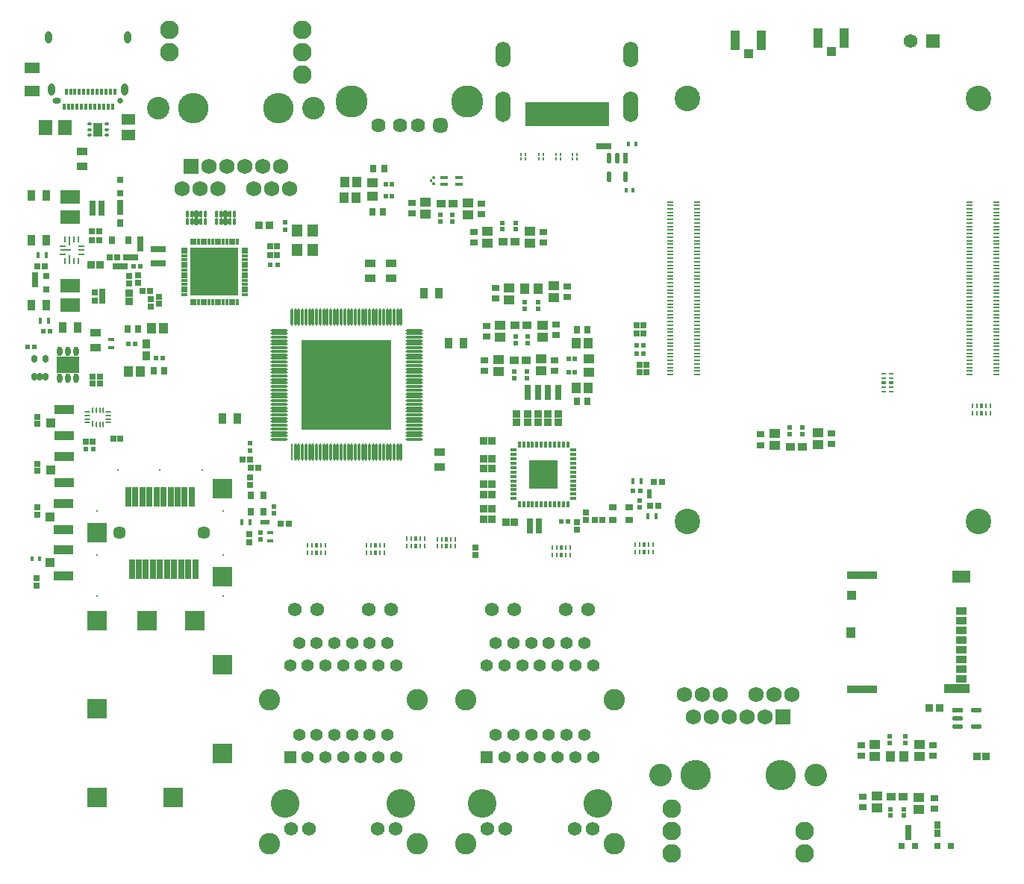
<source format=gts>
G04*
G04 #@! TF.GenerationSoftware,Altium Limited,Altium Designer,25.1.2 (22)*
G04*
G04 Layer_Color=8388736*
%FSLAX44Y44*%
%MOMM*%
G71*
G04*
G04 #@! TF.SameCoordinates,A11DD0CD-F6FC-4396-A5D6-A0F97A1EA5FB*
G04*
G04*
G04 #@! TF.FilePolarity,Negative*
G04*
G01*
G75*
G04:AMPARAMS|DCode=27|XSize=0.565mm|YSize=0.2mm|CornerRadius=0.05mm|HoleSize=0mm|Usage=FLASHONLY|Rotation=270.000|XOffset=0mm|YOffset=0mm|HoleType=Round|Shape=RoundedRectangle|*
%AMROUNDEDRECTD27*
21,1,0.5650,0.1000,0,0,270.0*
21,1,0.4650,0.2000,0,0,270.0*
1,1,0.1000,-0.0500,-0.2325*
1,1,0.1000,-0.0500,0.2325*
1,1,0.1000,0.0500,0.2325*
1,1,0.1000,0.0500,-0.2325*
%
%ADD27ROUNDEDRECTD27*%
%ADD29R,0.8000X0.8000*%
G04:AMPARAMS|DCode=33|XSize=0.6mm|YSize=0.2mm|CornerRadius=0.05mm|HoleSize=0mm|Usage=FLASHONLY|Rotation=0.000|XOffset=0mm|YOffset=0mm|HoleType=Round|Shape=RoundedRectangle|*
%AMROUNDEDRECTD33*
21,1,0.6000,0.1000,0,0,0.0*
21,1,0.5000,0.2000,0,0,0.0*
1,1,0.1000,0.2500,-0.0500*
1,1,0.1000,-0.2500,-0.0500*
1,1,0.1000,-0.2500,0.0500*
1,1,0.1000,0.2500,0.0500*
%
%ADD33ROUNDEDRECTD33*%
G04:AMPARAMS|DCode=34|XSize=0.6mm|YSize=0.2mm|CornerRadius=0.05mm|HoleSize=0mm|Usage=FLASHONLY|Rotation=90.000|XOffset=0mm|YOffset=0mm|HoleType=Round|Shape=RoundedRectangle|*
%AMROUNDEDRECTD34*
21,1,0.6000,0.1000,0,0,90.0*
21,1,0.5000,0.2000,0,0,90.0*
1,1,0.1000,0.0500,0.2500*
1,1,0.1000,0.0500,-0.2500*
1,1,0.1000,-0.0500,-0.2500*
1,1,0.1000,-0.0500,0.2500*
%
%ADD34ROUNDEDRECTD34*%
G04:AMPARAMS|DCode=35|XSize=0.7mm|YSize=0.2mm|CornerRadius=0.05mm|HoleSize=0mm|Usage=FLASHONLY|Rotation=90.000|XOffset=0mm|YOffset=0mm|HoleType=Round|Shape=RoundedRectangle|*
%AMROUNDEDRECTD35*
21,1,0.7000,0.1000,0,0,90.0*
21,1,0.6000,0.2000,0,0,90.0*
1,1,0.1000,0.0500,0.3000*
1,1,0.1000,0.0500,-0.3000*
1,1,0.1000,-0.0500,-0.3000*
1,1,0.1000,-0.0500,0.3000*
%
%ADD35ROUNDEDRECTD35*%
G04:AMPARAMS|DCode=36|XSize=1.9552mm|YSize=0.2725mm|CornerRadius=0.1362mm|HoleSize=0mm|Usage=FLASHONLY|Rotation=90.000|XOffset=0mm|YOffset=0mm|HoleType=Round|Shape=RoundedRectangle|*
%AMROUNDEDRECTD36*
21,1,1.9552,0.0000,0,0,90.0*
21,1,1.6828,0.2725,0,0,90.0*
1,1,0.2725,0.0000,0.8414*
1,1,0.2725,0.0000,-0.8414*
1,1,0.2725,0.0000,-0.8414*
1,1,0.2725,0.0000,0.8414*
%
%ADD36ROUNDEDRECTD36*%
%ADD38R,1.8000X0.8000*%
%ADD39R,0.5811X0.5121*%
G04:AMPARAMS|DCode=40|XSize=0.565mm|YSize=0.2mm|CornerRadius=0.05mm|HoleSize=0mm|Usage=FLASHONLY|Rotation=0.000|XOffset=0mm|YOffset=0mm|HoleType=Round|Shape=RoundedRectangle|*
%AMROUNDEDRECTD40*
21,1,0.5650,0.1000,0,0,0.0*
21,1,0.4650,0.2000,0,0,0.0*
1,1,0.1000,0.2325,-0.0500*
1,1,0.1000,-0.2325,-0.0500*
1,1,0.1000,-0.2325,0.0500*
1,1,0.1000,0.2325,0.0500*
%
%ADD40ROUNDEDRECTD40*%
%ADD45R,0.9051X0.9062*%
%ADD46R,0.5682X0.5725*%
%ADD47R,1.2000X1.4000*%
%ADD48R,0.5200X0.5200*%
%ADD49R,0.5200X0.5200*%
%ADD50R,0.4000X0.5000*%
%ADD52R,1.1061X0.9582*%
%ADD54R,0.9000X0.7500*%
%ADD55R,2.3062X1.5549*%
G04:AMPARAMS|DCode=56|XSize=0.2725mm|YSize=1.9552mm|CornerRadius=0.1362mm|HoleSize=0mm|Usage=FLASHONLY|Rotation=90.000|XOffset=0mm|YOffset=0mm|HoleType=Round|Shape=RoundedRectangle|*
%AMROUNDEDRECTD56*
21,1,0.2725,1.6828,0,0,90.0*
21,1,0.0000,1.9552,0,0,90.0*
1,1,0.2725,0.8414,0.0000*
1,1,0.2725,0.8414,0.0000*
1,1,0.2725,-0.8414,0.0000*
1,1,0.2725,-0.8414,0.0000*
%
%ADD56ROUNDEDRECTD56*%
%ADD57R,0.2725X1.9552*%
%ADD60R,0.7500X0.9000*%
%ADD62R,0.9000X0.4000*%
%ADD65R,0.5121X0.5811*%
G04:AMPARAMS|DCode=70|XSize=0.45mm|YSize=0.3mm|CornerRadius=0.0495mm|HoleSize=0mm|Usage=FLASHONLY|Rotation=180.000|XOffset=0mm|YOffset=0mm|HoleType=Round|Shape=RoundedRectangle|*
%AMROUNDEDRECTD70*
21,1,0.4500,0.2010,0,0,180.0*
21,1,0.3510,0.3000,0,0,180.0*
1,1,0.0990,-0.1755,0.1005*
1,1,0.0990,0.1755,0.1005*
1,1,0.0990,0.1755,-0.1005*
1,1,0.0990,-0.1755,-0.1005*
%
%ADD70ROUNDEDRECTD70*%
%ADD71R,0.9582X1.1061*%
G04:AMPARAMS|DCode=72|XSize=0.25mm|YSize=0.675mm|CornerRadius=0.05mm|HoleSize=0mm|Usage=FLASHONLY|Rotation=180.000|XOffset=0mm|YOffset=0mm|HoleType=Round|Shape=RoundedRectangle|*
%AMROUNDEDRECTD72*
21,1,0.2500,0.5750,0,0,180.0*
21,1,0.1500,0.6750,0,0,180.0*
1,1,0.1000,-0.0750,0.2875*
1,1,0.1000,0.0750,0.2875*
1,1,0.1000,0.0750,-0.2875*
1,1,0.1000,-0.0750,-0.2875*
%
%ADD72ROUNDEDRECTD72*%
G04:AMPARAMS|DCode=73|XSize=1.225mm|YSize=0.25mm|CornerRadius=0.05mm|HoleSize=0mm|Usage=FLASHONLY|Rotation=180.000|XOffset=0mm|YOffset=0mm|HoleType=Round|Shape=RoundedRectangle|*
%AMROUNDEDRECTD73*
21,1,1.2250,0.1500,0,0,180.0*
21,1,1.1250,0.2500,0,0,180.0*
1,1,0.1000,-0.5625,0.0750*
1,1,0.1000,0.5625,0.0750*
1,1,0.1000,0.5625,-0.0750*
1,1,0.1000,-0.5625,-0.0750*
%
%ADD73ROUNDEDRECTD73*%
G04:AMPARAMS|DCode=74|XSize=0.25mm|YSize=0.975mm|CornerRadius=0.05mm|HoleSize=0mm|Usage=FLASHONLY|Rotation=180.000|XOffset=0mm|YOffset=0mm|HoleType=Round|Shape=RoundedRectangle|*
%AMROUNDEDRECTD74*
21,1,0.2500,0.8750,0,0,180.0*
21,1,0.1500,0.9750,0,0,180.0*
1,1,0.1000,-0.0750,0.4375*
1,1,0.1000,0.0750,0.4375*
1,1,0.1000,0.0750,-0.4375*
1,1,0.1000,-0.0750,-0.4375*
%
%ADD74ROUNDEDRECTD74*%
G04:AMPARAMS|DCode=75|XSize=0.625mm|YSize=0.25mm|CornerRadius=0.05mm|HoleSize=0mm|Usage=FLASHONLY|Rotation=180.000|XOffset=0mm|YOffset=0mm|HoleType=Round|Shape=RoundedRectangle|*
%AMROUNDEDRECTD75*
21,1,0.6250,0.1500,0,0,180.0*
21,1,0.5250,0.2500,0,0,180.0*
1,1,0.1000,-0.2625,0.0750*
1,1,0.1000,0.2625,0.0750*
1,1,0.1000,0.2625,-0.0750*
1,1,0.1000,-0.2625,-0.0750*
%
%ADD75ROUNDEDRECTD75*%
%ADD76R,0.4500X0.6750*%
%ADD77R,1.6039X1.8062*%
%ADD79R,0.8000X0.8000*%
%ADD82R,0.6750X0.4500*%
%ADD83R,0.8000X0.9000*%
%ADD84R,1.7062X1.2034*%
%ADD90R,0.2300X0.3000*%
G04:AMPARAMS|DCode=91|XSize=1.2196mm|YSize=0.5885mm|CornerRadius=0.2942mm|HoleSize=0mm|Usage=FLASHONLY|Rotation=270.000|XOffset=0mm|YOffset=0mm|HoleType=Round|Shape=RoundedRectangle|*
%AMROUNDEDRECTD91*
21,1,1.2196,0.0000,0,0,270.0*
21,1,0.6311,0.5885,0,0,270.0*
1,1,0.5885,0.0000,-0.3156*
1,1,0.5885,0.0000,0.3156*
1,1,0.5885,0.0000,0.3156*
1,1,0.5885,0.0000,-0.3156*
%
%ADD91ROUNDEDRECTD91*%
%ADD92R,0.5885X1.2196*%
%ADD94R,0.6725X0.7154*%
%ADD95R,0.9000X0.8000*%
%ADD97R,0.7154X0.6725*%
G04:AMPARAMS|DCode=104|XSize=1.2196mm|YSize=0.5885mm|CornerRadius=0.2942mm|HoleSize=0mm|Usage=FLASHONLY|Rotation=0.000|XOffset=0mm|YOffset=0mm|HoleType=Round|Shape=RoundedRectangle|*
%AMROUNDEDRECTD104*
21,1,1.2196,0.0000,0,0,0.0*
21,1,0.6311,0.5885,0,0,0.0*
1,1,0.5885,0.3156,0.0000*
1,1,0.5885,-0.3156,0.0000*
1,1,0.5885,-0.3156,0.0000*
1,1,0.5885,0.3156,0.0000*
%
%ADD104ROUNDEDRECTD104*%
%ADD105R,1.2196X0.5885*%
%ADD106R,0.3000X0.7000*%
G04:AMPARAMS|DCode=107|XSize=0.565mm|YSize=0.4mm|CornerRadius=0.05mm|HoleSize=0mm|Usage=FLASHONLY|Rotation=270.000|XOffset=0mm|YOffset=0mm|HoleType=Round|Shape=RoundedRectangle|*
%AMROUNDEDRECTD107*
21,1,0.5650,0.3000,0,0,270.0*
21,1,0.4650,0.4000,0,0,270.0*
1,1,0.1000,-0.1500,-0.2325*
1,1,0.1000,-0.1500,0.2325*
1,1,0.1000,0.1500,0.2325*
1,1,0.1000,0.1500,-0.2325*
%
%ADD107ROUNDEDRECTD107*%
%ADD108R,0.7532X0.7032*%
%ADD109R,0.8032X0.8532*%
%ADD110R,0.7032X0.7532*%
%ADD111R,0.7532X0.8032*%
G04:AMPARAMS|DCode=112|XSize=0.4032mm|YSize=0.7682mm|CornerRadius=0.1516mm|HoleSize=0mm|Usage=FLASHONLY|Rotation=180.000|XOffset=0mm|YOffset=0mm|HoleType=Round|Shape=RoundedRectangle|*
%AMROUNDEDRECTD112*
21,1,0.4032,0.4650,0,0,180.0*
21,1,0.1000,0.7682,0,0,180.0*
1,1,0.3032,-0.0500,0.2325*
1,1,0.3032,0.0500,0.2325*
1,1,0.3032,0.0500,-0.2325*
1,1,0.3032,-0.0500,-0.2325*
%
%ADD112ROUNDEDRECTD112*%
G04:AMPARAMS|DCode=113|XSize=0.6032mm|YSize=0.7682mm|CornerRadius=0.1516mm|HoleSize=0mm|Usage=FLASHONLY|Rotation=180.000|XOffset=0mm|YOffset=0mm|HoleType=Round|Shape=RoundedRectangle|*
%AMROUNDEDRECTD113*
21,1,0.6032,0.4650,0,0,180.0*
21,1,0.3000,0.7682,0,0,180.0*
1,1,0.3032,-0.1500,0.2325*
1,1,0.3032,0.1500,0.2325*
1,1,0.3032,0.1500,-0.2325*
1,1,0.3032,-0.1500,-0.2325*
%
%ADD113ROUNDEDRECTD113*%
G04:AMPARAMS|DCode=114|XSize=0.565mm|YSize=0.4mm|CornerRadius=0.05mm|HoleSize=0mm|Usage=FLASHONLY|Rotation=0.000|XOffset=0mm|YOffset=0mm|HoleType=Round|Shape=RoundedRectangle|*
%AMROUNDEDRECTD114*
21,1,0.5650,0.3000,0,0,0.0*
21,1,0.4650,0.4000,0,0,0.0*
1,1,0.1000,0.2325,-0.1500*
1,1,0.1000,-0.2325,-0.1500*
1,1,0.1000,-0.2325,0.1500*
1,1,0.1000,0.2325,0.1500*
%
%ADD114ROUNDEDRECTD114*%
%ADD115R,0.7032X2.2032*%
%ADD116O,0.4032X0.7032*%
%ADD117R,5.4032X5.4032*%
%ADD118O,0.7032X0.4032*%
%ADD119R,1.0500X1.0000*%
%ADD120R,2.2000X1.0500*%
%ADD121R,0.8532X0.8532*%
%ADD122R,0.7000X0.2000*%
%ADD123R,1.0000X1.0500*%
%ADD124R,1.0500X2.2000*%
%ADD125R,1.2032X1.0032*%
%ADD126R,10.1500X10.1500*%
%ADD127R,0.7032X0.4532*%
%ADD128R,0.4532X0.7032*%
%ADD129R,3.2032X3.2032*%
%ADD130R,0.4832X2.8032*%
%ADD131R,1.1032X1.2032*%
%ADD132R,1.2032X1.1032*%
%ADD133R,1.0032X1.2032*%
%ADD134R,1.2532X0.8532*%
%ADD135R,0.8532X1.2532*%
%ADD136R,0.8032X0.7532*%
G04:AMPARAMS|DCode=137|XSize=1mm|YSize=1.6mm|CornerRadius=0.05mm|HoleSize=0mm|Usage=FLASHONLY|Rotation=180.000|XOffset=0mm|YOffset=0mm|HoleType=Round|Shape=RoundedRectangle|*
%AMROUNDEDRECTD137*
21,1,1.0000,1.5000,0,0,180.0*
21,1,0.9000,1.6000,0,0,180.0*
1,1,0.1000,-0.4500,0.7500*
1,1,0.1000,0.4500,0.7500*
1,1,0.1000,0.4500,-0.7500*
1,1,0.1000,-0.4500,-0.7500*
%
%ADD137ROUNDEDRECTD137*%
%ADD138R,0.7532X0.6532*%
%ADD139R,2.6032X1.8532*%
%ADD140O,0.6032X1.1032*%
%ADD141R,1.5532X1.2032*%
G04:AMPARAMS|DCode=142|XSize=0.6032mm|YSize=0.8532mm|CornerRadius=0.1516mm|HoleSize=0mm|Usage=FLASHONLY|Rotation=180.000|XOffset=0mm|YOffset=0mm|HoleType=Round|Shape=RoundedRectangle|*
%AMROUNDEDRECTD142*
21,1,0.6032,0.5500,0,0,180.0*
21,1,0.3000,0.8532,0,0,180.0*
1,1,0.3032,-0.1500,0.2750*
1,1,0.3032,0.1500,0.2750*
1,1,0.3032,0.1500,-0.2750*
1,1,0.3032,-0.1500,-0.2750*
%
%ADD142ROUNDEDRECTD142*%
%ADD143R,0.8532X0.8032*%
%ADD144R,0.8532X0.9032*%
%ADD145R,0.9032X0.8532*%
%ADD146R,0.5032X0.5032*%
%ADD147R,0.5032X0.5032*%
%ADD148R,1.1332X1.1032*%
%ADD149R,0.9832X1.2532*%
%ADD150R,2.0332X1.3432*%
%ADD151R,3.5032X0.9032*%
%ADD152R,3.0032X1.0632*%
%ADD153R,1.3032X0.9032*%
%ADD154C,1.3890*%
%ADD155C,2.5582*%
%ADD156C,1.7332*%
%ADD157C,2.1082*%
%ADD158C,3.4532*%
%ADD159R,1.7332X1.7332*%
%ADD160R,1.3890X1.3890*%
%ADD161C,1.5660*%
%ADD162C,2.4248*%
%ADD163C,3.2512*%
%ADD164C,1.5700*%
%ADD165R,1.5700X1.5700*%
%ADD166R,2.2032X2.2032*%
%ADD167C,0.2032*%
%ADD168C,1.4532*%
%ADD169O,1.7032X2.9032*%
%ADD170O,1.7032X3.5032*%
%ADD171C,2.9032*%
%ADD172C,1.6232*%
G04:AMPARAMS|DCode=173|XSize=1.6232mm|YSize=1.6232mm|CornerRadius=0.4566mm|HoleSize=0mm|Usage=FLASHONLY|Rotation=180.000|XOffset=0mm|YOffset=0mm|HoleType=Round|Shape=RoundedRectangle|*
%AMROUNDEDRECTD173*
21,1,1.6232,0.7100,0,0,180.0*
21,1,0.7100,1.6232,0,0,180.0*
1,1,0.9132,-0.3550,0.3550*
1,1,0.9132,0.3550,0.3550*
1,1,0.9132,0.3550,-0.3550*
1,1,0.9132,-0.3550,-0.3550*
%
%ADD173ROUNDEDRECTD173*%
%ADD174C,3.6532*%
G04:AMPARAMS|DCode=175|XSize=0.8mm|YSize=1.4mm|CornerRadius=0.4mm|HoleSize=0mm|Usage=FLASHONLY|Rotation=180.000|XOffset=0mm|YOffset=0mm|HoleType=Round|Shape=RoundedRectangle|*
%AMROUNDEDRECTD175*
21,1,0.8000,0.6000,0,0,180.0*
21,1,0.0000,1.4000,0,0,180.0*
1,1,0.8000,0.0000,0.3000*
1,1,0.8000,0.0000,0.3000*
1,1,0.8000,0.0000,-0.3000*
1,1,0.8000,0.0000,-0.3000*
%
%ADD175ROUNDEDRECTD175*%
G04:AMPARAMS|DCode=176|XSize=0.95mm|YSize=0.65mm|CornerRadius=0.325mm|HoleSize=0mm|Usage=FLASHONLY|Rotation=180.000|XOffset=0mm|YOffset=0mm|HoleType=Round|Shape=RoundedRectangle|*
%AMROUNDEDRECTD176*
21,1,0.9500,0.0000,0,0,180.0*
21,1,0.3000,0.6500,0,0,180.0*
1,1,0.6500,-0.1500,0.0000*
1,1,0.6500,0.1500,0.0000*
1,1,0.6500,0.1500,0.0000*
1,1,0.6500,-0.1500,0.0000*
%
%ADD176ROUNDEDRECTD176*%
%ADD177C,0.6500*%
G36*
X473195Y777104D02*
X474195D01*
X474394D01*
X474762Y776952D01*
X475043Y776671D01*
X475195Y776303D01*
Y776105D01*
D01*
Y775105D01*
Y774906D01*
X475043Y774538D01*
X474762Y774257D01*
X474394Y774105D01*
X474195D01*
D01*
X473195D01*
X472996D01*
X472629Y774257D01*
X472347Y774538D01*
X472195Y774906D01*
Y775105D01*
D01*
Y776105D01*
Y776303D01*
X472347Y776671D01*
X472629Y776952D01*
X472996Y777104D01*
X473195D01*
D01*
D02*
G37*
G36*
X471195Y777505D02*
X470195D01*
X469996D01*
X469629Y777657D01*
X469347Y777938D01*
X469195Y778306D01*
Y778504D01*
D01*
Y779504D01*
Y779703D01*
X469347Y780071D01*
X469629Y780352D01*
X469996Y780505D01*
X470195D01*
D01*
X471195D01*
X471394D01*
X471762Y780352D01*
X472043Y780071D01*
X472195Y779703D01*
Y779504D01*
D01*
Y778504D01*
Y778306D01*
X472043Y777938D01*
X471762Y777657D01*
X471394Y777505D01*
X471195D01*
D01*
D02*
G37*
G36*
X473195Y780904D02*
X472996D01*
X472629Y781057D01*
X472347Y781338D01*
X472195Y781706D01*
Y781905D01*
D01*
Y782905D01*
Y783103D01*
X472347Y783471D01*
X472629Y783752D01*
X472996Y783904D01*
X473195D01*
D01*
X474195D01*
X474394D01*
X474762Y783752D01*
X475043Y783471D01*
X475195Y783103D01*
Y782905D01*
D01*
Y781905D01*
Y781706D01*
X475043Y781338D01*
X474762Y781057D01*
X474394Y780904D01*
X474195D01*
D01*
X473195D01*
D02*
G37*
D27*
X722390Y357410D02*
D03*
X717390D02*
D03*
X707390D02*
D03*
X702390D02*
D03*
Y365760D02*
D03*
X707390D02*
D03*
X717390D02*
D03*
X722390D02*
D03*
X483148Y372364D02*
D03*
Y364014D02*
D03*
X478148Y372364D02*
D03*
Y364014D02*
D03*
X1084740Y523605D02*
D03*
X1089740D02*
D03*
X1099740D02*
D03*
X1104740D02*
D03*
Y515255D02*
D03*
X1099740D02*
D03*
X1089740D02*
D03*
X1084740D02*
D03*
X330360Y356505D02*
D03*
X335360D02*
D03*
X345360D02*
D03*
X350360D02*
D03*
Y364855D02*
D03*
X345360D02*
D03*
X335360D02*
D03*
X330360D02*
D03*
X608490Y353965D02*
D03*
X613490D02*
D03*
X623490D02*
D03*
X628490D02*
D03*
Y362315D02*
D03*
X623490D02*
D03*
X613490D02*
D03*
X608490D02*
D03*
X443390Y364125D02*
D03*
X448390D02*
D03*
X458390D02*
D03*
X463390D02*
D03*
Y372475D02*
D03*
X458390D02*
D03*
X448390D02*
D03*
X443390D02*
D03*
X493148Y364014D02*
D03*
X498148D02*
D03*
Y372364D02*
D03*
X493148D02*
D03*
X397670Y356505D02*
D03*
X402670D02*
D03*
X412670D02*
D03*
X417670D02*
D03*
Y364855D02*
D03*
X412670D02*
D03*
X402670D02*
D03*
X397670D02*
D03*
D29*
X1045020Y23969D02*
D03*
X1060020D02*
D03*
X1004380D02*
D03*
X1019380D02*
D03*
D33*
X80710Y504540D02*
D03*
Y508540D02*
D03*
Y512540D02*
D03*
Y516540D02*
D03*
X104710D02*
D03*
Y512540D02*
D03*
Y508540D02*
D03*
Y504540D02*
D03*
D34*
X86710Y518540D02*
D03*
X90710D02*
D03*
X94710D02*
D03*
X98710D02*
D03*
Y502540D02*
D03*
X94710D02*
D03*
X90710D02*
D03*
D35*
X86710Y503040D02*
D03*
D36*
X380650Y470615D02*
D03*
X376650D02*
D03*
X312650Y624125D02*
D03*
X316650D02*
D03*
X320650D02*
D03*
X324650D02*
D03*
X328650D02*
D03*
X332650D02*
D03*
X336650D02*
D03*
X340650D02*
D03*
X344650D02*
D03*
X348650D02*
D03*
X352650D02*
D03*
X356650D02*
D03*
X360650D02*
D03*
X364650D02*
D03*
X368650D02*
D03*
X372650D02*
D03*
X376650D02*
D03*
X380650D02*
D03*
X384650D02*
D03*
X388650D02*
D03*
X392650D02*
D03*
X396650D02*
D03*
X400650D02*
D03*
X404650D02*
D03*
X408650D02*
D03*
X412650D02*
D03*
X416650D02*
D03*
X420650D02*
D03*
X424650D02*
D03*
X428650D02*
D03*
X432650D02*
D03*
X436650D02*
D03*
Y470615D02*
D03*
X432650D02*
D03*
X428650D02*
D03*
X424650D02*
D03*
X420650D02*
D03*
X416650D02*
D03*
X412650D02*
D03*
X408650D02*
D03*
X404650D02*
D03*
X400650D02*
D03*
X396650D02*
D03*
X392650D02*
D03*
X388650D02*
D03*
X384650D02*
D03*
X372650D02*
D03*
X368650D02*
D03*
X364650D02*
D03*
X360650D02*
D03*
X356650D02*
D03*
X352650D02*
D03*
X348650D02*
D03*
X344650D02*
D03*
X340650D02*
D03*
X336650D02*
D03*
X332650D02*
D03*
X328650D02*
D03*
X324650D02*
D03*
X320650D02*
D03*
X316650D02*
D03*
D38*
X161290Y701420D02*
D03*
Y685420D02*
D03*
D39*
X703735Y582930D02*
D03*
X711045D02*
D03*
X703735Y591820D02*
D03*
X711045D02*
D03*
X419175Y775316D02*
D03*
X426485D02*
D03*
X419175Y761347D02*
D03*
X426485D02*
D03*
X127615Y593889D02*
D03*
X134925D02*
D03*
X166190Y577883D02*
D03*
X158879D02*
D03*
X626595Y561340D02*
D03*
X633905D02*
D03*
X626595Y576580D02*
D03*
X633905D02*
D03*
D40*
X983885Y559910D02*
D03*
Y554910D02*
D03*
Y544910D02*
D03*
Y539910D02*
D03*
X992235D02*
D03*
Y544910D02*
D03*
Y554910D02*
D03*
Y559910D02*
D03*
D45*
X287596Y728551D02*
D03*
X275584D02*
D03*
X1035394Y180340D02*
D03*
X1047406D02*
D03*
D46*
X78691Y474474D02*
D03*
X87734D02*
D03*
D47*
X335941Y722816D02*
D03*
Y700816D02*
D03*
X318941D02*
D03*
Y722816D02*
D03*
D48*
X296244Y683756D02*
D03*
X288244D02*
D03*
X618300Y392430D02*
D03*
X626300D02*
D03*
X30290Y608330D02*
D03*
X38290D02*
D03*
X12510Y590550D02*
D03*
X20510D02*
D03*
X141160Y681990D02*
D03*
X133160D02*
D03*
X699840Y426920D02*
D03*
X707840D02*
D03*
D49*
X304800Y723710D02*
D03*
Y731710D02*
D03*
X707341Y408403D02*
D03*
Y416403D02*
D03*
X265409Y480832D02*
D03*
Y472832D02*
D03*
X276860Y371920D02*
D03*
Y379920D02*
D03*
X292100Y409320D02*
D03*
Y401320D02*
D03*
D50*
X26206Y350047D02*
D03*
X18206D02*
D03*
X699960Y768350D02*
D03*
X691960D02*
D03*
X702690Y820420D02*
D03*
X694690D02*
D03*
D52*
X566030Y614835D02*
D03*
X579552D02*
D03*
X564739Y575310D02*
D03*
X578261D02*
D03*
X552039Y709930D02*
D03*
X565561D02*
D03*
X481778Y753110D02*
D03*
X495300D02*
D03*
X878429Y477365D02*
D03*
X891951D02*
D03*
X992729Y80010D02*
D03*
X1006251D02*
D03*
D54*
X527909Y752760D02*
D03*
Y740760D02*
D03*
X624960Y658780D02*
D03*
Y646780D02*
D03*
X543680Y657160D02*
D03*
Y645160D02*
D03*
X530860Y562960D02*
D03*
Y574960D02*
D03*
X610870Y562960D02*
D03*
Y574960D02*
D03*
X519430Y721010D02*
D03*
Y709010D02*
D03*
X598170Y721010D02*
D03*
Y709010D02*
D03*
X449169Y742030D02*
D03*
Y754030D02*
D03*
X844550Y490985D02*
D03*
Y478985D02*
D03*
X924560Y492255D02*
D03*
Y480255D02*
D03*
X958730Y138080D02*
D03*
Y126080D02*
D03*
X1040010Y138080D02*
D03*
Y126080D02*
D03*
X960120Y67660D02*
D03*
Y79660D02*
D03*
X1041400Y66390D02*
D03*
Y78390D02*
D03*
X612161Y603755D02*
D03*
Y615755D02*
D03*
X533421Y602485D02*
D03*
Y614485D02*
D03*
D55*
X60960Y738044D02*
D03*
Y760556D02*
D03*
Y637714D02*
D03*
Y660227D02*
D03*
D56*
X297895Y485370D02*
D03*
Y489370D02*
D03*
Y493370D02*
D03*
Y497370D02*
D03*
Y501370D02*
D03*
Y505370D02*
D03*
Y509370D02*
D03*
Y513370D02*
D03*
Y517370D02*
D03*
Y521370D02*
D03*
Y525370D02*
D03*
Y529370D02*
D03*
Y533370D02*
D03*
Y537370D02*
D03*
Y541370D02*
D03*
Y545370D02*
D03*
Y549370D02*
D03*
Y553370D02*
D03*
Y557370D02*
D03*
Y561370D02*
D03*
Y565370D02*
D03*
Y569370D02*
D03*
Y573370D02*
D03*
Y577370D02*
D03*
Y581370D02*
D03*
Y585370D02*
D03*
Y589370D02*
D03*
Y593370D02*
D03*
Y597370D02*
D03*
Y601370D02*
D03*
Y605370D02*
D03*
Y609370D02*
D03*
X451405D02*
D03*
Y605370D02*
D03*
Y601370D02*
D03*
Y597370D02*
D03*
Y593370D02*
D03*
Y589370D02*
D03*
Y585370D02*
D03*
Y581370D02*
D03*
Y577370D02*
D03*
Y573370D02*
D03*
Y569370D02*
D03*
Y565370D02*
D03*
Y561370D02*
D03*
Y557370D02*
D03*
Y553370D02*
D03*
Y549370D02*
D03*
Y545370D02*
D03*
Y541370D02*
D03*
Y537370D02*
D03*
Y533370D02*
D03*
Y529370D02*
D03*
Y525370D02*
D03*
Y521370D02*
D03*
Y517370D02*
D03*
Y513370D02*
D03*
Y509370D02*
D03*
Y505370D02*
D03*
Y501370D02*
D03*
Y497370D02*
D03*
Y493370D02*
D03*
Y489370D02*
D03*
Y485370D02*
D03*
D57*
X312650Y470615D02*
D03*
D60*
X647680Y609600D02*
D03*
X635680D02*
D03*
X405320Y792977D02*
D03*
X417320D02*
D03*
X404050Y743447D02*
D03*
X416050D02*
D03*
X126540Y610399D02*
D03*
X138540D02*
D03*
X167750Y563409D02*
D03*
X155750D02*
D03*
X635680Y528320D02*
D03*
X647680D02*
D03*
D62*
X485140Y774700D02*
D03*
X502140D02*
D03*
Y782700D02*
D03*
X485140D02*
D03*
D65*
X576700Y641195D02*
D03*
Y633885D02*
D03*
X591940Y641195D02*
D03*
Y633885D02*
D03*
X565150Y555145D02*
D03*
Y562455D02*
D03*
X579120Y555145D02*
D03*
Y562455D02*
D03*
X551180Y731365D02*
D03*
Y724055D02*
D03*
X566420Y731365D02*
D03*
Y724055D02*
D03*
X480919Y732945D02*
D03*
Y740255D02*
D03*
X494889Y732945D02*
D03*
Y740255D02*
D03*
X877570Y498801D02*
D03*
Y491490D02*
D03*
X891540Y498801D02*
D03*
Y491490D02*
D03*
X990480Y148435D02*
D03*
Y141125D02*
D03*
X1008260Y148435D02*
D03*
Y141125D02*
D03*
X991870Y58575D02*
D03*
Y65885D02*
D03*
X1007110Y58575D02*
D03*
Y65885D02*
D03*
X580411Y594669D02*
D03*
Y601980D02*
D03*
X566441Y594669D02*
D03*
Y601980D02*
D03*
D70*
X82960Y830430D02*
D03*
Y836930D02*
D03*
Y843430D02*
D03*
X102460D02*
D03*
Y836930D02*
D03*
Y830430D02*
D03*
D71*
X147597Y593535D02*
D03*
Y580014D02*
D03*
D72*
X70652Y687980D02*
D03*
X65652D02*
D03*
X55652D02*
D03*
Y712230D02*
D03*
X65652D02*
D03*
X70652D02*
D03*
D73*
X55777Y700105D02*
D03*
D74*
X60652Y689480D02*
D03*
Y710730D02*
D03*
D75*
X52777Y695105D02*
D03*
Y705105D02*
D03*
X73527D02*
D03*
Y700105D02*
D03*
Y695105D02*
D03*
D76*
X24585Y694690D02*
D03*
X33835D02*
D03*
X27125Y619760D02*
D03*
X36375D02*
D03*
X255725Y391160D02*
D03*
X264975D02*
D03*
X726056Y398058D02*
D03*
X716806D02*
D03*
X699770Y438150D02*
D03*
X709020D02*
D03*
D77*
X33439Y839470D02*
D03*
X55461D02*
D03*
D79*
X118110Y779660D02*
D03*
Y764660D02*
D03*
X34290Y655440D02*
D03*
Y670440D02*
D03*
D82*
X107950Y598985D02*
D03*
Y589735D02*
D03*
X288290Y370025D02*
D03*
Y379275D02*
D03*
D83*
X118110Y731360D02*
D03*
X127610Y711360D02*
D03*
X108610D02*
D03*
X265800Y403500D02*
D03*
Y422000D02*
D03*
X280300D02*
D03*
Y403500D02*
D03*
D84*
X17780Y907084D02*
D03*
Y881076D02*
D03*
D90*
X572880Y808991D02*
D03*
Y803992D02*
D03*
X577680D02*
D03*
Y808991D02*
D03*
X593090Y808910D02*
D03*
Y803910D02*
D03*
X597890D02*
D03*
Y808910D02*
D03*
X612420Y808990D02*
D03*
Y803990D02*
D03*
X617220D02*
D03*
Y808990D02*
D03*
X631190Y808910D02*
D03*
Y803910D02*
D03*
X635990D02*
D03*
Y808910D02*
D03*
D91*
X691385Y783318D02*
D03*
X672595D02*
D03*
Y804182D02*
D03*
X681990D02*
D03*
D92*
X691385D02*
D03*
D94*
X264160Y368594D02*
D03*
Y378166D02*
D03*
D95*
X695050Y394070D02*
D03*
X676550D02*
D03*
Y408570D02*
D03*
X695050D02*
D03*
D97*
X728686Y410210D02*
D03*
X719114D02*
D03*
X732496Y436880D02*
D03*
X722924D02*
D03*
X309291Y389890D02*
D03*
X299720D02*
D03*
D104*
X1088662Y178305D02*
D03*
Y159515D02*
D03*
X1067798D02*
D03*
Y168910D02*
D03*
D105*
Y178305D02*
D03*
D106*
X111600Y880110D02*
D03*
X106600D02*
D03*
X101600D02*
D03*
X96600D02*
D03*
X91600D02*
D03*
X86600D02*
D03*
X81600D02*
D03*
X76600D02*
D03*
X71600D02*
D03*
X66600D02*
D03*
X61600D02*
D03*
X56600D02*
D03*
X54100Y863110D02*
D03*
X59100D02*
D03*
X64100D02*
D03*
X69100D02*
D03*
X74100D02*
D03*
X79100D02*
D03*
X84100D02*
D03*
X89100D02*
D03*
X94100D02*
D03*
X99100D02*
D03*
X104100D02*
D03*
X109100D02*
D03*
D107*
X712390Y357410D02*
D03*
Y365760D02*
D03*
X1094740Y523605D02*
D03*
Y515255D02*
D03*
X340360Y356505D02*
D03*
Y364855D02*
D03*
X618490Y353965D02*
D03*
Y362315D02*
D03*
X453390Y364125D02*
D03*
Y372475D02*
D03*
X488148Y364014D02*
D03*
Y372364D02*
D03*
X407670Y356505D02*
D03*
Y364855D02*
D03*
D108*
X110550Y485999D02*
D03*
X118050D02*
D03*
X711140Y605790D02*
D03*
X703640D02*
D03*
X711140Y614680D02*
D03*
X703640D02*
D03*
X714955Y561648D02*
D03*
X707455D02*
D03*
X714950Y570230D02*
D03*
X707450D02*
D03*
X86457Y482770D02*
D03*
X78957D02*
D03*
X295850Y704850D02*
D03*
X288350D02*
D03*
X295850Y694690D02*
D03*
X288350D02*
D03*
D109*
X1012190Y43620D02*
D03*
Y35120D02*
D03*
X86360Y743780D02*
D03*
Y752280D02*
D03*
X96520D02*
D03*
Y743780D02*
D03*
X97790Y643450D02*
D03*
Y651950D02*
D03*
X118110Y744610D02*
D03*
Y753110D02*
D03*
X140970Y711640D02*
D03*
Y703140D02*
D03*
X21590Y662500D02*
D03*
Y671000D02*
D03*
X582930Y391600D02*
D03*
Y383100D02*
D03*
X593090Y391600D02*
D03*
Y383100D02*
D03*
X1045105Y47262D02*
D03*
Y38762D02*
D03*
X580390Y542730D02*
D03*
Y534230D02*
D03*
X591820Y542730D02*
D03*
Y534230D02*
D03*
X603250Y542730D02*
D03*
Y534230D02*
D03*
X614680Y542730D02*
D03*
Y534230D02*
D03*
D110*
X161844Y639882D02*
D03*
Y647382D02*
D03*
X24130Y449640D02*
D03*
Y457140D02*
D03*
X95250Y556200D02*
D03*
Y548700D02*
D03*
X86360Y556200D02*
D03*
Y548700D02*
D03*
X24130Y502980D02*
D03*
Y510480D02*
D03*
D111*
X22860Y319600D02*
D03*
Y328100D02*
D03*
X645969Y394246D02*
D03*
Y402746D02*
D03*
X636270Y383100D02*
D03*
Y391600D02*
D03*
X138229Y671833D02*
D03*
Y663333D02*
D03*
X128270Y662500D02*
D03*
Y671000D02*
D03*
X520740Y362684D02*
D03*
Y354184D02*
D03*
X152400Y635830D02*
D03*
Y644330D02*
D03*
X24130Y408110D02*
D03*
Y399610D02*
D03*
X265430Y433900D02*
D03*
Y442400D02*
D03*
D112*
X194470Y740775D02*
D03*
X199470D02*
D03*
X209470D02*
D03*
X214470D02*
D03*
Y732425D02*
D03*
X209470D02*
D03*
X199470D02*
D03*
X194470D02*
D03*
X227490Y740775D02*
D03*
X232490D02*
D03*
X242490D02*
D03*
X247490D02*
D03*
Y732425D02*
D03*
X242490D02*
D03*
X232490D02*
D03*
X227490D02*
D03*
D113*
X204470Y740775D02*
D03*
Y732425D02*
D03*
X237490Y740775D02*
D03*
Y732425D02*
D03*
D114*
X983885Y549910D02*
D03*
X992235D02*
D03*
D115*
X127062Y420342D02*
D03*
X135062D02*
D03*
X143062D02*
D03*
X151062D02*
D03*
X159062D02*
D03*
X167062D02*
D03*
X175062D02*
D03*
X183062D02*
D03*
X191062D02*
D03*
X199062D02*
D03*
X131062Y338342D02*
D03*
X139062D02*
D03*
X147062D02*
D03*
X155062D02*
D03*
X163062D02*
D03*
X171062D02*
D03*
X179062D02*
D03*
X187062D02*
D03*
X195062D02*
D03*
X203062D02*
D03*
D116*
X250790Y641390D02*
D03*
X246790D02*
D03*
X198790D02*
D03*
X202790D02*
D03*
X206790D02*
D03*
X210790D02*
D03*
X214790D02*
D03*
X218790D02*
D03*
X222790D02*
D03*
X226790D02*
D03*
X230790D02*
D03*
X234790D02*
D03*
X238790D02*
D03*
X242790D02*
D03*
X250790Y709890D02*
D03*
X246790D02*
D03*
X242790D02*
D03*
X238790D02*
D03*
X234790D02*
D03*
X230790D02*
D03*
X226790D02*
D03*
X222790D02*
D03*
X218790D02*
D03*
X214790D02*
D03*
X210790D02*
D03*
X206790D02*
D03*
X202790D02*
D03*
X198790D02*
D03*
D117*
X224790Y675640D02*
D03*
D118*
X259040Y649640D02*
D03*
Y653640D02*
D03*
Y657640D02*
D03*
Y661640D02*
D03*
Y665640D02*
D03*
Y669640D02*
D03*
Y673640D02*
D03*
Y677640D02*
D03*
Y681640D02*
D03*
Y685640D02*
D03*
Y689640D02*
D03*
Y693640D02*
D03*
Y697640D02*
D03*
Y701640D02*
D03*
X190540D02*
D03*
Y697640D02*
D03*
Y693640D02*
D03*
Y689640D02*
D03*
Y685640D02*
D03*
Y681640D02*
D03*
Y677640D02*
D03*
Y673640D02*
D03*
Y669640D02*
D03*
Y665640D02*
D03*
Y661640D02*
D03*
Y657640D02*
D03*
Y653640D02*
D03*
Y649640D02*
D03*
D119*
X39360Y504190D02*
D03*
Y450850D02*
D03*
X38090Y397510D02*
D03*
Y345440D02*
D03*
D120*
X54610Y518940D02*
D03*
Y489440D02*
D03*
Y465600D02*
D03*
Y436100D02*
D03*
X53340Y382760D02*
D03*
Y412260D02*
D03*
Y360190D02*
D03*
Y330690D02*
D03*
D121*
X1089740Y125730D02*
D03*
X1099740D02*
D03*
X85170Y683260D02*
D03*
X95170D02*
D03*
D122*
X1111986Y559034D02*
D03*
Y563034D02*
D03*
Y567034D02*
D03*
Y571034D02*
D03*
Y575034D02*
D03*
Y579034D02*
D03*
Y583034D02*
D03*
Y587034D02*
D03*
Y591034D02*
D03*
Y595034D02*
D03*
Y599034D02*
D03*
Y603034D02*
D03*
Y607034D02*
D03*
Y611034D02*
D03*
Y615034D02*
D03*
Y619034D02*
D03*
Y623034D02*
D03*
Y627034D02*
D03*
Y631034D02*
D03*
Y635034D02*
D03*
Y639034D02*
D03*
Y643034D02*
D03*
Y647034D02*
D03*
Y651034D02*
D03*
Y655034D02*
D03*
Y659034D02*
D03*
Y663034D02*
D03*
Y667034D02*
D03*
Y671034D02*
D03*
Y675034D02*
D03*
Y679034D02*
D03*
Y683034D02*
D03*
Y687034D02*
D03*
Y691034D02*
D03*
Y695034D02*
D03*
Y699034D02*
D03*
Y703034D02*
D03*
Y707034D02*
D03*
Y711034D02*
D03*
Y715034D02*
D03*
Y719034D02*
D03*
Y723034D02*
D03*
Y727034D02*
D03*
Y731034D02*
D03*
Y735034D02*
D03*
Y739034D02*
D03*
Y743034D02*
D03*
Y747034D02*
D03*
Y751034D02*
D03*
Y755034D02*
D03*
X1081186Y559034D02*
D03*
Y563034D02*
D03*
Y567034D02*
D03*
Y571034D02*
D03*
Y575034D02*
D03*
Y579034D02*
D03*
Y583034D02*
D03*
Y587034D02*
D03*
Y591034D02*
D03*
Y595034D02*
D03*
Y599034D02*
D03*
Y603034D02*
D03*
Y607034D02*
D03*
Y611034D02*
D03*
Y615034D02*
D03*
Y619034D02*
D03*
Y623034D02*
D03*
Y627034D02*
D03*
Y631034D02*
D03*
Y635034D02*
D03*
Y639034D02*
D03*
Y643034D02*
D03*
Y647034D02*
D03*
Y651034D02*
D03*
Y655034D02*
D03*
Y659034D02*
D03*
Y663034D02*
D03*
Y667034D02*
D03*
Y671034D02*
D03*
Y675034D02*
D03*
Y679034D02*
D03*
Y683034D02*
D03*
Y687034D02*
D03*
Y691034D02*
D03*
Y695034D02*
D03*
Y699034D02*
D03*
Y703034D02*
D03*
Y707034D02*
D03*
Y711034D02*
D03*
Y715034D02*
D03*
Y719034D02*
D03*
Y723034D02*
D03*
Y727034D02*
D03*
Y731034D02*
D03*
Y735034D02*
D03*
Y739034D02*
D03*
Y743034D02*
D03*
Y747034D02*
D03*
Y751034D02*
D03*
Y755034D02*
D03*
X772786Y559034D02*
D03*
Y563034D02*
D03*
Y567034D02*
D03*
Y571034D02*
D03*
Y575034D02*
D03*
Y579034D02*
D03*
Y583034D02*
D03*
Y587034D02*
D03*
Y591034D02*
D03*
Y595034D02*
D03*
Y599034D02*
D03*
Y603034D02*
D03*
Y607034D02*
D03*
Y611034D02*
D03*
Y615034D02*
D03*
Y619034D02*
D03*
Y623034D02*
D03*
Y627034D02*
D03*
Y631034D02*
D03*
Y635034D02*
D03*
Y639034D02*
D03*
Y643034D02*
D03*
Y647034D02*
D03*
Y651034D02*
D03*
Y655034D02*
D03*
Y659034D02*
D03*
Y663034D02*
D03*
Y667034D02*
D03*
Y671034D02*
D03*
Y675034D02*
D03*
Y679034D02*
D03*
Y683034D02*
D03*
Y687034D02*
D03*
Y691034D02*
D03*
Y695034D02*
D03*
Y699034D02*
D03*
Y703034D02*
D03*
Y707034D02*
D03*
Y711034D02*
D03*
Y715034D02*
D03*
Y719034D02*
D03*
Y723034D02*
D03*
Y727034D02*
D03*
Y731034D02*
D03*
Y735034D02*
D03*
Y739034D02*
D03*
Y743034D02*
D03*
Y747034D02*
D03*
Y751034D02*
D03*
Y755034D02*
D03*
X741986Y559034D02*
D03*
Y563034D02*
D03*
Y567034D02*
D03*
Y571034D02*
D03*
Y575034D02*
D03*
Y579034D02*
D03*
Y583034D02*
D03*
Y587034D02*
D03*
Y591034D02*
D03*
Y595034D02*
D03*
Y599034D02*
D03*
Y603034D02*
D03*
Y607034D02*
D03*
Y611034D02*
D03*
Y615034D02*
D03*
Y619034D02*
D03*
Y623034D02*
D03*
Y627034D02*
D03*
Y631034D02*
D03*
Y635034D02*
D03*
Y639034D02*
D03*
Y643034D02*
D03*
Y647034D02*
D03*
Y651034D02*
D03*
Y655034D02*
D03*
Y659034D02*
D03*
Y663034D02*
D03*
Y667034D02*
D03*
Y671034D02*
D03*
Y675034D02*
D03*
Y679034D02*
D03*
Y683034D02*
D03*
Y687034D02*
D03*
Y691034D02*
D03*
Y695034D02*
D03*
Y699034D02*
D03*
Y703034D02*
D03*
Y707034D02*
D03*
Y711034D02*
D03*
Y715034D02*
D03*
Y719034D02*
D03*
Y723034D02*
D03*
Y727034D02*
D03*
Y731034D02*
D03*
Y735034D02*
D03*
Y739034D02*
D03*
Y743034D02*
D03*
Y747034D02*
D03*
Y751034D02*
D03*
Y755034D02*
D03*
D123*
X830580Y923280D02*
D03*
X924560Y925830D02*
D03*
D124*
X815830Y938530D02*
D03*
X845330D02*
D03*
X909810Y941080D02*
D03*
X939310D02*
D03*
D125*
X403780Y776467D02*
D03*
Y761467D02*
D03*
X649300Y576460D02*
D03*
Y561460D02*
D03*
D126*
X374650Y547370D02*
D03*
D127*
X632170Y418270D02*
D03*
Y423270D02*
D03*
Y428270D02*
D03*
Y433270D02*
D03*
Y438270D02*
D03*
Y443270D02*
D03*
Y448270D02*
D03*
Y453270D02*
D03*
Y458270D02*
D03*
Y463270D02*
D03*
Y468270D02*
D03*
Y473270D02*
D03*
X564170D02*
D03*
Y468270D02*
D03*
Y458270D02*
D03*
Y463270D02*
D03*
Y453270D02*
D03*
Y448270D02*
D03*
Y443270D02*
D03*
Y438270D02*
D03*
Y428270D02*
D03*
Y433270D02*
D03*
Y423270D02*
D03*
Y418270D02*
D03*
D128*
X625670Y479770D02*
D03*
X620670D02*
D03*
X615670D02*
D03*
X610670D02*
D03*
X605670D02*
D03*
X600670D02*
D03*
X595670D02*
D03*
X590670D02*
D03*
X585670D02*
D03*
X580670D02*
D03*
X575670D02*
D03*
X570670D02*
D03*
Y411770D02*
D03*
X575670D02*
D03*
X580670D02*
D03*
X585670D02*
D03*
X590670D02*
D03*
X595670D02*
D03*
X600670D02*
D03*
X605670D02*
D03*
X610670D02*
D03*
X615670D02*
D03*
X620670D02*
D03*
X625670D02*
D03*
D129*
X598170Y445770D02*
D03*
D130*
X579760Y854710D02*
D03*
X584760D02*
D03*
X589760D02*
D03*
X594760D02*
D03*
X599760D02*
D03*
X604760D02*
D03*
X609760D02*
D03*
X614760D02*
D03*
X619760D02*
D03*
X624760D02*
D03*
X629760D02*
D03*
X634760D02*
D03*
X639760D02*
D03*
X644760D02*
D03*
X649760D02*
D03*
X654760D02*
D03*
X659760D02*
D03*
X664760D02*
D03*
X669760D02*
D03*
D131*
X372820Y777737D02*
D03*
X386320D02*
D03*
X371550Y759957D02*
D03*
X385050D02*
D03*
X153114Y611494D02*
D03*
X166614D02*
D03*
X140560Y562139D02*
D03*
X127060D02*
D03*
X648430Y543560D02*
D03*
X634930D02*
D03*
X648430Y594360D02*
D03*
X634930D02*
D03*
D132*
X609720Y646030D02*
D03*
Y659530D02*
D03*
X558920Y643890D02*
D03*
Y657390D02*
D03*
X547370Y575710D02*
D03*
Y562210D02*
D03*
X595630Y576580D02*
D03*
Y563080D02*
D03*
X534670Y708260D02*
D03*
Y721760D02*
D03*
X582930Y708260D02*
D03*
Y721760D02*
D03*
X464409Y754780D02*
D03*
Y741280D02*
D03*
X512669Y753510D02*
D03*
Y740010D02*
D03*
X860438Y478785D02*
D03*
Y492285D02*
D03*
X909320Y479505D02*
D03*
Y493005D02*
D03*
X973970Y125330D02*
D03*
Y138830D02*
D03*
X1024770Y125330D02*
D03*
Y138830D02*
D03*
X976630Y80410D02*
D03*
Y66910D02*
D03*
X1023620Y79140D02*
D03*
Y65640D02*
D03*
X596921Y615235D02*
D03*
Y601735D02*
D03*
X548661Y615235D02*
D03*
Y601735D02*
D03*
D133*
X576820Y656590D02*
D03*
X591820D02*
D03*
X1006870Y125730D02*
D03*
X991870D02*
D03*
D134*
X480060Y470780D02*
D03*
Y453780D02*
D03*
X425450Y668410D02*
D03*
Y685410D02*
D03*
X401320Y668020D02*
D03*
Y685020D02*
D03*
X74930Y812580D02*
D03*
Y795580D02*
D03*
X90170Y589670D02*
D03*
Y606670D02*
D03*
D135*
X251070Y509270D02*
D03*
X234070D02*
D03*
X462670Y651510D02*
D03*
X479670D02*
D03*
X490610Y594360D02*
D03*
X507610D02*
D03*
X33900Y711200D02*
D03*
X16900D02*
D03*
X33900Y762000D02*
D03*
X16900D02*
D03*
X33900Y637540D02*
D03*
X16900D02*
D03*
X52460Y612140D02*
D03*
X69460D02*
D03*
D136*
X265913Y453021D02*
D03*
X274413D02*
D03*
X256763Y462710D02*
D03*
X265263D02*
D03*
X85920Y711200D02*
D03*
X94420D02*
D03*
X85920Y721360D02*
D03*
X94420D02*
D03*
X23690Y681990D02*
D03*
X32190D02*
D03*
X152129Y654074D02*
D03*
X143629D02*
D03*
X114740Y692150D02*
D03*
X106240D02*
D03*
X664650Y393700D02*
D03*
X656150D02*
D03*
D137*
X92710Y836930D02*
D03*
D138*
X88900Y643200D02*
D03*
Y652200D02*
D03*
D139*
X58420Y570230D02*
D03*
D140*
X48920Y585480D02*
D03*
X58420D02*
D03*
X67920D02*
D03*
Y554980D02*
D03*
X58420D02*
D03*
X48920D02*
D03*
D141*
X127000Y848470D02*
D03*
Y830470D02*
D03*
D142*
X20170Y556170D02*
D03*
X26670D02*
D03*
X33170D02*
D03*
Y576670D02*
D03*
X20170D02*
D03*
D143*
X133790Y692150D02*
D03*
X125290D02*
D03*
X122360Y681990D02*
D03*
X113860D02*
D03*
X662500Y817880D02*
D03*
X671000D02*
D03*
D144*
X128270Y641680D02*
D03*
Y651180D02*
D03*
X567690Y514020D02*
D03*
Y504520D02*
D03*
X614680Y514020D02*
D03*
Y504520D02*
D03*
X603250Y514020D02*
D03*
Y504520D02*
D03*
X591820Y514020D02*
D03*
Y504520D02*
D03*
X580390Y514020D02*
D03*
Y504520D02*
D03*
D145*
X555320Y391160D02*
D03*
X564820D02*
D03*
X529920Y483870D02*
D03*
X539420D02*
D03*
X529920Y394970D02*
D03*
X539420D02*
D03*
X529920Y406400D02*
D03*
X539420D02*
D03*
X529920Y422910D02*
D03*
X539420D02*
D03*
X529920Y434340D02*
D03*
X539420D02*
D03*
X529920Y452120D02*
D03*
X539420D02*
D03*
X529920Y463550D02*
D03*
X539420D02*
D03*
D146*
X284440Y391160D02*
D03*
X279440D02*
D03*
D147*
X718442Y426004D02*
D03*
Y421004D02*
D03*
D148*
X947700Y308400D02*
D03*
D149*
X946950Y265750D02*
D03*
D150*
X1072200Y329300D02*
D03*
D151*
X959550Y331500D02*
D03*
Y201900D02*
D03*
D152*
X1067350Y202700D02*
D03*
D153*
X1072350Y290500D02*
D03*
Y279500D02*
D03*
Y268500D02*
D03*
Y257500D02*
D03*
Y246500D02*
D03*
Y235500D02*
D03*
Y224500D02*
D03*
Y213500D02*
D03*
D154*
X584200Y149860D02*
D03*
X574040Y124460D02*
D03*
X644398Y254000D02*
D03*
X624332D02*
D03*
X604266D02*
D03*
X584200D02*
D03*
X564134D02*
D03*
X544068D02*
D03*
X654304Y228600D02*
D03*
X634238D02*
D03*
X614172D02*
D03*
X594106D02*
D03*
X574040D02*
D03*
X553974D02*
D03*
X533908D02*
D03*
X644398Y149860D02*
D03*
X624332D02*
D03*
X604266D02*
D03*
X564134D02*
D03*
X544068D02*
D03*
X654304Y124460D02*
D03*
X634238D02*
D03*
X614172D02*
D03*
X594106D02*
D03*
X553974D02*
D03*
X421132Y254000D02*
D03*
X401066D02*
D03*
X381000D02*
D03*
X360934D02*
D03*
X340868D02*
D03*
X320802D02*
D03*
X431038Y228600D02*
D03*
X410972D02*
D03*
X390906D02*
D03*
X370840D02*
D03*
X350774D02*
D03*
X330708D02*
D03*
X310642D02*
D03*
X421132Y149860D02*
D03*
X401066D02*
D03*
X381000D02*
D03*
X360934D02*
D03*
X340868D02*
D03*
X320802D02*
D03*
X431038Y124460D02*
D03*
X410972D02*
D03*
X390906D02*
D03*
X370840D02*
D03*
X350774D02*
D03*
X330708D02*
D03*
D155*
X907034Y104140D02*
D03*
X731266D02*
D03*
X161036Y861060D02*
D03*
X336804D02*
D03*
D156*
X778510Y195580D02*
D03*
X788670Y170180D02*
D03*
X798830Y195580D02*
D03*
X808990Y170180D02*
D03*
X849630D02*
D03*
X829310D02*
D03*
X859790Y195580D02*
D03*
X839470D02*
D03*
X768350Y170180D02*
D03*
X880110Y195580D02*
D03*
X758190D02*
D03*
X289560Y769620D02*
D03*
X279400Y795020D02*
D03*
X269240Y769620D02*
D03*
X259080Y795020D02*
D03*
X218440D02*
D03*
X238760D02*
D03*
X208280Y769620D02*
D03*
X228600D02*
D03*
X299720Y795020D02*
D03*
X187960Y769620D02*
D03*
X309880D02*
D03*
D157*
X894334Y40640D02*
D03*
Y15240D02*
D03*
X743966Y66040D02*
D03*
Y40640D02*
D03*
Y15240D02*
D03*
X173736Y924560D02*
D03*
Y949960D02*
D03*
X324104Y899160D02*
D03*
Y924560D02*
D03*
Y949960D02*
D03*
D158*
X867410Y104140D02*
D03*
X770890D02*
D03*
X200660Y861060D02*
D03*
X297180D02*
D03*
D159*
X869950Y170180D02*
D03*
X198120Y795020D02*
D03*
D160*
X533908Y124460D02*
D03*
X310642D02*
D03*
D161*
X653542Y43434D02*
D03*
X633222D02*
D03*
X554990D02*
D03*
X534670D02*
D03*
X648716Y292100D02*
D03*
X623316D02*
D03*
X564896D02*
D03*
X539496D02*
D03*
X430276Y43434D02*
D03*
X409956D02*
D03*
X331724D02*
D03*
X311404D02*
D03*
X425450Y292100D02*
D03*
X400050D02*
D03*
X341630D02*
D03*
X316230D02*
D03*
D162*
X678053Y26162D02*
D03*
X510159D02*
D03*
X678053Y189738D02*
D03*
X510159D02*
D03*
X454787Y26162D02*
D03*
X286893D02*
D03*
X454787Y189738D02*
D03*
X286893D02*
D03*
D163*
X528574Y71882D02*
D03*
X659638D02*
D03*
X305308D02*
D03*
X436372D02*
D03*
D164*
X1014730Y937260D02*
D03*
D165*
X1040130D02*
D03*
D166*
X234312Y429342D02*
D03*
X91812Y379342D02*
D03*
X234312Y329342D02*
D03*
X202612Y279342D02*
D03*
X148612D02*
D03*
X91812D02*
D03*
X234312Y229342D02*
D03*
X91812Y179342D02*
D03*
Y79342D02*
D03*
X177612D02*
D03*
X234312Y129342D02*
D03*
D167*
X211062Y450342D02*
D03*
X163062D02*
D03*
X115062D02*
D03*
X234362Y404342D02*
D03*
X91762D02*
D03*
Y354342D02*
D03*
X234362D02*
D03*
X91762Y307342D02*
D03*
X234362D02*
D03*
D168*
X213062Y379342D02*
D03*
X117062D02*
D03*
D169*
X552260Y922710D02*
D03*
X697260D02*
D03*
D170*
X552260Y862710D02*
D03*
X697260D02*
D03*
D171*
X1091222Y392034D02*
D03*
X761186D02*
D03*
Y872034D02*
D03*
X1091186D02*
D03*
D172*
X435770Y841800D02*
D03*
X455770D02*
D03*
X410770D02*
D03*
D173*
X480770D02*
D03*
D174*
X511470Y868900D02*
D03*
X380070D02*
D03*
D175*
X36700Y941710D02*
D03*
X126500D02*
D03*
X40300Y882210D02*
D03*
X122900D02*
D03*
D176*
X45600Y869710D02*
D03*
D177*
X117600D02*
D03*
M02*

</source>
